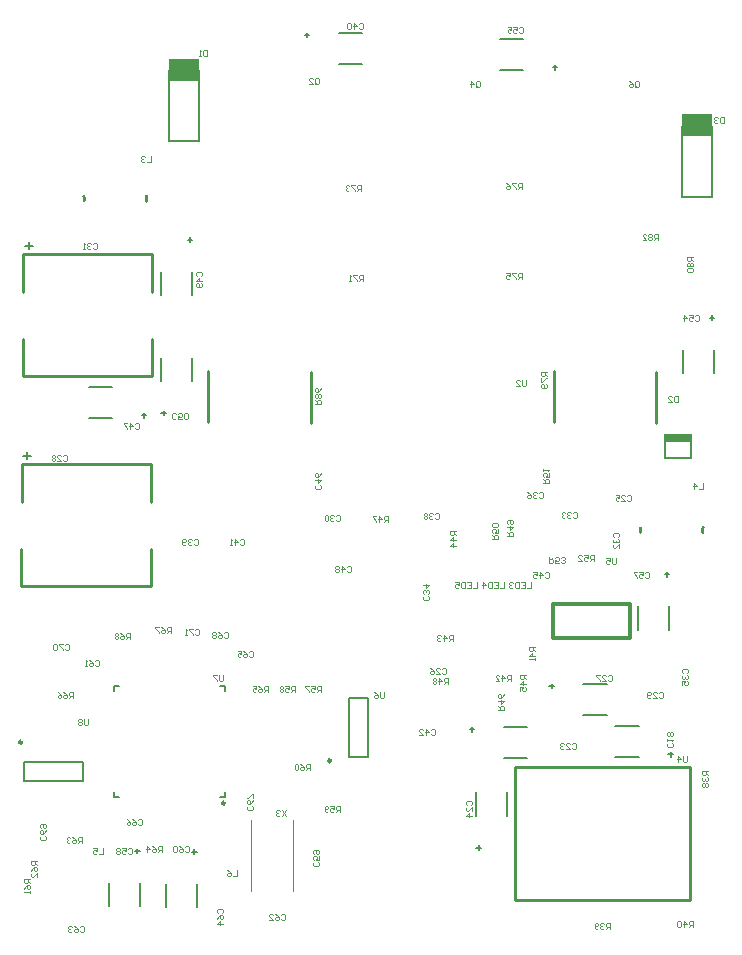
<source format=gbo>
G04 Layer_Color=32896*
%FSLAX25Y25*%
%MOIN*%
G70*
G01*
G75*
%ADD32C,0.01181*%
%ADD35C,0.00984*%
%ADD75C,0.01000*%
%ADD76C,0.00394*%
%ADD77C,0.00787*%
%ADD78C,0.00591*%
%ADD128R,0.10236X0.07437*%
%ADD129R,0.09449X0.03150*%
D32*
X204650Y101000D02*
Y112200D01*
X179059Y101000D02*
X204650D01*
X179059Y112200D02*
X204650D01*
X179059Y101000D02*
Y112200D01*
D35*
X1949Y66146D02*
G03*
X1949Y66146I-492J0D01*
G01*
X104847Y59957D02*
G03*
X104847Y59957I-492J0D01*
G01*
X69605Y45831D02*
G03*
X69605Y45831I-492J0D01*
G01*
D75*
X208076Y137584D02*
G03*
X208101Y136073I10424J-585D01*
G01*
X228882Y135902D02*
G03*
X228917Y137701I-10382J1098D01*
G01*
X22576Y248084D02*
G03*
X22601Y246573I10424J-585D01*
G01*
X43382Y246402D02*
G03*
X43417Y248201I-10382J1098D01*
G01*
X63900Y172800D02*
Y189800D01*
X98100Y172700D02*
Y189700D01*
X166300Y13700D02*
X224700D01*
Y57900D01*
X166300Y13700D02*
Y57900D01*
X224700D01*
X179176Y172800D02*
Y189800D01*
X213376Y172700D02*
Y189700D01*
X45299Y216374D02*
Y228776D01*
Y188224D02*
Y200626D01*
X2386Y228776D02*
X45299D01*
X2299Y216374D02*
Y228776D01*
X2186Y188076D02*
X45099D01*
X2199Y188224D02*
Y200626D01*
X44799Y146374D02*
Y158776D01*
Y118224D02*
Y130626D01*
X1886Y158776D02*
X44799D01*
X1799Y146374D02*
Y158776D01*
X1686Y118076D02*
X44599D01*
X1699Y118224D02*
Y130626D01*
D76*
X92200Y16529D02*
Y40129D01*
X78400Y16507D02*
Y40129D01*
X26188Y93140D02*
X26516Y93468D01*
X27172D01*
X27500Y93140D01*
Y91828D01*
X27172Y91500D01*
X26516D01*
X26188Y91828D01*
X24220Y93468D02*
X24876Y93140D01*
X25532Y92484D01*
Y91828D01*
X25204Y91500D01*
X24548D01*
X24220Y91828D01*
Y92156D01*
X24548Y92484D01*
X25532D01*
X23564Y91500D02*
X22908D01*
X23236D01*
Y93468D01*
X23564Y93140D01*
X170000Y186968D02*
Y185328D01*
X169672Y185000D01*
X169016D01*
X168688Y185328D01*
Y186968D01*
X166720Y185000D02*
X168032D01*
X166720Y186312D01*
Y186640D01*
X167048Y186968D01*
X167704D01*
X168032Y186640D01*
X60360Y221688D02*
X60032Y222016D01*
Y222672D01*
X60360Y223000D01*
X61672D01*
X62000Y222672D01*
Y222016D01*
X61672Y221688D01*
X62000Y220048D02*
X60032D01*
X61016Y221032D01*
Y219720D01*
X61672Y219064D02*
X62000Y218736D01*
Y218080D01*
X61672Y217752D01*
X60360D01*
X60032Y218080D01*
Y218736D01*
X60360Y219064D01*
X60688D01*
X61016Y218736D01*
Y217752D01*
X99500Y179000D02*
X101468D01*
Y179984D01*
X101140Y180312D01*
X100484D01*
X100156Y179984D01*
Y179000D01*
Y179656D02*
X99500Y180312D01*
X101140Y180968D02*
X101468Y181296D01*
Y181952D01*
X101140Y182280D01*
X100812D01*
X100484Y181952D01*
X100156Y182280D01*
X99828D01*
X99500Y181952D01*
Y181296D01*
X99828Y180968D01*
X100156D01*
X100484Y181296D01*
X100812Y180968D01*
X101140D01*
X100484Y181296D02*
Y181952D01*
X101468Y184248D02*
X101140Y183592D01*
X100484Y182936D01*
X99828D01*
X99500Y183264D01*
Y183920D01*
X99828Y184248D01*
X100156D01*
X100484Y183920D01*
Y182936D01*
X90000Y43468D02*
X88688Y41500D01*
Y43468D02*
X90000Y41500D01*
X88032Y43140D02*
X87704Y43468D01*
X87048D01*
X86720Y43140D01*
Y42812D01*
X87048Y42484D01*
X87376D01*
X87048D01*
X86720Y42156D01*
Y41828D01*
X87048Y41500D01*
X87704D01*
X88032Y41828D01*
X24000Y73968D02*
Y72328D01*
X23672Y72000D01*
X23016D01*
X22688Y72328D01*
Y73968D01*
X22032Y73640D02*
X21704Y73968D01*
X21048D01*
X20720Y73640D01*
Y73312D01*
X21048Y72984D01*
X20720Y72656D01*
Y72328D01*
X21048Y72000D01*
X21704D01*
X22032Y72328D01*
Y72656D01*
X21704Y72984D01*
X22032Y73312D01*
Y73640D01*
X21704Y72984D02*
X21048D01*
X69000Y88468D02*
Y86828D01*
X68672Y86500D01*
X68016D01*
X67688Y86828D01*
Y88468D01*
X67032D02*
X65720D01*
Y88140D01*
X67032Y86828D01*
Y86500D01*
X122500Y82968D02*
Y81328D01*
X122172Y81000D01*
X121516D01*
X121188Y81328D01*
Y82968D01*
X119220D02*
X119876Y82640D01*
X120532Y81984D01*
Y81328D01*
X120204Y81000D01*
X119548D01*
X119220Y81328D01*
Y81656D01*
X119548Y81984D01*
X120532D01*
X199828Y127489D02*
Y125849D01*
X199500Y125521D01*
X198844D01*
X198516Y125849D01*
Y127489D01*
X196548D02*
X197860D01*
Y126505D01*
X197204Y126833D01*
X196876D01*
X196548Y126505D01*
Y125849D01*
X196876Y125521D01*
X197532D01*
X197860Y125849D01*
X223500Y61468D02*
Y59828D01*
X223172Y59500D01*
X222516D01*
X222188Y59828D01*
Y61468D01*
X220548Y59500D02*
Y61468D01*
X221532Y60484D01*
X220220D01*
X214000Y233500D02*
Y235468D01*
X213016D01*
X212688Y235140D01*
Y234484D01*
X213016Y234156D01*
X214000D01*
X213344D02*
X212688Y233500D01*
X212032Y235140D02*
X211704Y235468D01*
X211048D01*
X210720Y235140D01*
Y234812D01*
X211048Y234484D01*
X210720Y234156D01*
Y233828D01*
X211048Y233500D01*
X211704D01*
X212032Y233828D01*
Y234156D01*
X211704Y234484D01*
X212032Y234812D01*
Y235140D01*
X211704Y234484D02*
X211048D01*
X208752Y233500D02*
X210064D01*
X208752Y234812D01*
Y235140D01*
X209080Y235468D01*
X209736D01*
X210064Y235140D01*
X225500Y228000D02*
X223532D01*
Y227016D01*
X223860Y226688D01*
X224516D01*
X224844Y227016D01*
Y228000D01*
Y227344D02*
X225500Y226688D01*
X223860Y226032D02*
X223532Y225704D01*
Y225048D01*
X223860Y224720D01*
X224188D01*
X224516Y225048D01*
X224844Y224720D01*
X225172D01*
X225500Y225048D01*
Y225704D01*
X225172Y226032D01*
X224844D01*
X224516Y225704D01*
X224188Y226032D01*
X223860D01*
X224516Y225704D02*
Y225048D01*
X223860Y224064D02*
X223532Y223736D01*
Y223080D01*
X223860Y222752D01*
X225172D01*
X225500Y223080D01*
Y223736D01*
X225172Y224064D01*
X223860D01*
X177000Y189500D02*
X175032D01*
Y188516D01*
X175360Y188188D01*
X176016D01*
X176344Y188516D01*
Y189500D01*
Y188844D02*
X177000Y188188D01*
X175032Y187532D02*
Y186220D01*
X175360D01*
X176672Y187532D01*
X177000D01*
X176672Y185564D02*
X177000Y185236D01*
Y184580D01*
X176672Y184252D01*
X175360D01*
X175032Y184580D01*
Y185236D01*
X175360Y185564D01*
X175688D01*
X176016Y185236D01*
Y184252D01*
X168500Y250500D02*
Y252468D01*
X167516D01*
X167188Y252140D01*
Y251484D01*
X167516Y251156D01*
X168500D01*
X167844D02*
X167188Y250500D01*
X166532Y252468D02*
X165220D01*
Y252140D01*
X166532Y250828D01*
Y250500D01*
X163252Y252468D02*
X163908Y252140D01*
X164564Y251484D01*
Y250828D01*
X164236Y250500D01*
X163580D01*
X163252Y250828D01*
Y251156D01*
X163580Y251484D01*
X164564D01*
X168500Y220500D02*
Y222468D01*
X167516D01*
X167188Y222140D01*
Y221484D01*
X167516Y221156D01*
X168500D01*
X167844D02*
X167188Y220500D01*
X166532Y222468D02*
X165220D01*
Y222140D01*
X166532Y220828D01*
Y220500D01*
X163252Y222468D02*
X164564D01*
Y221484D01*
X163908Y221812D01*
X163580D01*
X163252Y221484D01*
Y220828D01*
X163580Y220500D01*
X164236D01*
X164564Y220828D01*
X115000Y250000D02*
Y251968D01*
X114016D01*
X113688Y251640D01*
Y250984D01*
X114016Y250656D01*
X115000D01*
X114344D02*
X113688Y250000D01*
X113032Y251968D02*
X111720D01*
Y251640D01*
X113032Y250328D01*
Y250000D01*
X111064Y251640D02*
X110736Y251968D01*
X110080D01*
X109752Y251640D01*
Y251312D01*
X110080Y250984D01*
X110408D01*
X110080D01*
X109752Y250656D01*
Y250328D01*
X110080Y250000D01*
X110736D01*
X111064Y250328D01*
X115500Y220000D02*
Y221968D01*
X114516D01*
X114188Y221640D01*
Y220984D01*
X114516Y220656D01*
X115500D01*
X114844D02*
X114188Y220000D01*
X113532Y221968D02*
X112220D01*
Y221640D01*
X113532Y220328D01*
Y220000D01*
X111564D02*
X110908D01*
X111236D01*
Y221968D01*
X111564Y221640D01*
X38000Y100500D02*
Y102468D01*
X37016D01*
X36688Y102140D01*
Y101484D01*
X37016Y101156D01*
X38000D01*
X37344D02*
X36688Y100500D01*
X34720Y102468D02*
X35376Y102140D01*
X36032Y101484D01*
Y100828D01*
X35704Y100500D01*
X35048D01*
X34720Y100828D01*
Y101156D01*
X35048Y101484D01*
X36032D01*
X34064Y102140D02*
X33736Y102468D01*
X33080D01*
X32752Y102140D01*
Y101812D01*
X33080Y101484D01*
X32752Y101156D01*
Y100828D01*
X33080Y100500D01*
X33736D01*
X34064Y100828D01*
Y101156D01*
X33736Y101484D01*
X34064Y101812D01*
Y102140D01*
X33736Y101484D02*
X33080D01*
X51500Y102500D02*
Y104468D01*
X50516D01*
X50188Y104140D01*
Y103484D01*
X50516Y103156D01*
X51500D01*
X50844D02*
X50188Y102500D01*
X48220Y104468D02*
X48876Y104140D01*
X49532Y103484D01*
Y102828D01*
X49204Y102500D01*
X48548D01*
X48220Y102828D01*
Y103156D01*
X48548Y103484D01*
X49532D01*
X47564Y104468D02*
X46252D01*
Y104140D01*
X47564Y102828D01*
Y102500D01*
X19000Y81000D02*
Y82968D01*
X18016D01*
X17688Y82640D01*
Y81984D01*
X18016Y81656D01*
X19000D01*
X18344D02*
X17688Y81000D01*
X15720Y82968D02*
X16376Y82640D01*
X17032Y81984D01*
Y81328D01*
X16704Y81000D01*
X16048D01*
X15720Y81328D01*
Y81656D01*
X16048Y81984D01*
X17032D01*
X13752Y82968D02*
X14408Y82640D01*
X15064Y81984D01*
Y81328D01*
X14736Y81000D01*
X14080D01*
X13752Y81328D01*
Y81656D01*
X14080Y81984D01*
X15064D01*
X84000Y83000D02*
Y84968D01*
X83016D01*
X82688Y84640D01*
Y83984D01*
X83016Y83656D01*
X84000D01*
X83344D02*
X82688Y83000D01*
X80720Y84968D02*
X81376Y84640D01*
X82032Y83984D01*
Y83328D01*
X81704Y83000D01*
X81048D01*
X80720Y83328D01*
Y83656D01*
X81048Y83984D01*
X82032D01*
X78752Y84968D02*
X80064D01*
Y83984D01*
X79408Y84312D01*
X79080D01*
X78752Y83984D01*
Y83328D01*
X79080Y83000D01*
X79736D01*
X80064Y83328D01*
X48500Y29500D02*
Y31468D01*
X47516D01*
X47188Y31140D01*
Y30484D01*
X47516Y30156D01*
X48500D01*
X47844D02*
X47188Y29500D01*
X45220Y31468D02*
X45876Y31140D01*
X46532Y30484D01*
Y29828D01*
X46204Y29500D01*
X45548D01*
X45220Y29828D01*
Y30156D01*
X45548Y30484D01*
X46532D01*
X43580Y29500D02*
Y31468D01*
X44564Y30484D01*
X43252D01*
X22000Y32500D02*
Y34468D01*
X21016D01*
X20688Y34140D01*
Y33484D01*
X21016Y33156D01*
X22000D01*
X21344D02*
X20688Y32500D01*
X18720Y34468D02*
X19376Y34140D01*
X20032Y33484D01*
Y32828D01*
X19704Y32500D01*
X19048D01*
X18720Y32828D01*
Y33156D01*
X19048Y33484D01*
X20032D01*
X18064Y34140D02*
X17736Y34468D01*
X17080D01*
X16752Y34140D01*
Y33812D01*
X17080Y33484D01*
X17408D01*
X17080D01*
X16752Y33156D01*
Y32828D01*
X17080Y32500D01*
X17736D01*
X18064Y32828D01*
X7000Y26500D02*
X5032D01*
Y25516D01*
X5360Y25188D01*
X6016D01*
X6344Y25516D01*
Y26500D01*
Y25844D02*
X7000Y25188D01*
X5032Y23220D02*
X5360Y23876D01*
X6016Y24532D01*
X6672D01*
X7000Y24204D01*
Y23548D01*
X6672Y23220D01*
X6344D01*
X6016Y23548D01*
Y24532D01*
X7000Y21252D02*
Y22564D01*
X5688Y21252D01*
X5360D01*
X5032Y21580D01*
Y22236D01*
X5360Y22564D01*
X4500Y20500D02*
X2532D01*
Y19516D01*
X2860Y19188D01*
X3516D01*
X3844Y19516D01*
Y20500D01*
Y19844D02*
X4500Y19188D01*
X2532Y17220D02*
X2860Y17876D01*
X3516Y18532D01*
X4172D01*
X4500Y18204D01*
Y17548D01*
X4172Y17220D01*
X3844D01*
X3516Y17548D01*
Y18532D01*
X4500Y16564D02*
Y15908D01*
Y16236D01*
X2532D01*
X2860Y16564D01*
X98000Y57000D02*
Y58968D01*
X97016D01*
X96688Y58640D01*
Y57984D01*
X97016Y57656D01*
X98000D01*
X97344D02*
X96688Y57000D01*
X94720Y58968D02*
X95376Y58640D01*
X96032Y57984D01*
Y57328D01*
X95704Y57000D01*
X95048D01*
X94720Y57328D01*
Y57656D01*
X95048Y57984D01*
X96032D01*
X94064Y58640D02*
X93736Y58968D01*
X93080D01*
X92752Y58640D01*
Y57328D01*
X93080Y57000D01*
X93736D01*
X94064Y57328D01*
Y58640D01*
X108000Y43000D02*
Y44968D01*
X107016D01*
X106688Y44640D01*
Y43984D01*
X107016Y43656D01*
X108000D01*
X107344D02*
X106688Y43000D01*
X104720Y44968D02*
X106032D01*
Y43984D01*
X105376Y44312D01*
X105048D01*
X104720Y43984D01*
Y43328D01*
X105048Y43000D01*
X105704D01*
X106032Y43328D01*
X104064D02*
X103736Y43000D01*
X103080D01*
X102752Y43328D01*
Y44640D01*
X103080Y44968D01*
X103736D01*
X104064Y44640D01*
Y44312D01*
X103736Y43984D01*
X102752D01*
X93000Y83000D02*
Y84968D01*
X92016D01*
X91688Y84640D01*
Y83984D01*
X92016Y83656D01*
X93000D01*
X92344D02*
X91688Y83000D01*
X89720Y84968D02*
X91032D01*
Y83984D01*
X90376Y84312D01*
X90048D01*
X89720Y83984D01*
Y83328D01*
X90048Y83000D01*
X90704D01*
X91032Y83328D01*
X89064Y84640D02*
X88736Y84968D01*
X88080D01*
X87752Y84640D01*
Y84312D01*
X88080Y83984D01*
X87752Y83656D01*
Y83328D01*
X88080Y83000D01*
X88736D01*
X89064Y83328D01*
Y83656D01*
X88736Y83984D01*
X89064Y84312D01*
Y84640D01*
X88736Y83984D02*
X88080D01*
X101500Y83000D02*
Y84968D01*
X100516D01*
X100188Y84640D01*
Y83984D01*
X100516Y83656D01*
X101500D01*
X100844D02*
X100188Y83000D01*
X98220Y84968D02*
X99532D01*
Y83984D01*
X98876Y84312D01*
X98548D01*
X98220Y83984D01*
Y83328D01*
X98548Y83000D01*
X99204D01*
X99532Y83328D01*
X97564Y84968D02*
X96252D01*
Y84640D01*
X97564Y83328D01*
Y83000D01*
X177500Y128000D02*
Y126032D01*
X178484D01*
X178812Y126360D01*
Y127016D01*
X178484Y127344D01*
X177500D01*
X178156D02*
X178812Y128000D01*
X180780Y126032D02*
X179468D01*
Y127016D01*
X180124Y126688D01*
X180452D01*
X180780Y127016D01*
Y127672D01*
X180452Y128000D01*
X179796D01*
X179468Y127672D01*
X181436Y126360D02*
X181764Y126032D01*
X182420D01*
X182748Y126360D01*
Y126688D01*
X182420Y127016D01*
X182092D01*
X182420D01*
X182748Y127344D01*
Y127672D01*
X182420Y128000D01*
X181764D01*
X181436Y127672D01*
X192500Y126500D02*
Y128468D01*
X191516D01*
X191188Y128140D01*
Y127484D01*
X191516Y127156D01*
X192500D01*
X191844D02*
X191188Y126500D01*
X189220Y128468D02*
X190532D01*
Y127484D01*
X189876Y127812D01*
X189548D01*
X189220Y127484D01*
Y126828D01*
X189548Y126500D01*
X190204D01*
X190532Y126828D01*
X187252Y126500D02*
X188564D01*
X187252Y127812D01*
Y128140D01*
X187580Y128468D01*
X188236D01*
X188564Y128140D01*
X175500Y152500D02*
X177468D01*
Y153484D01*
X177140Y153812D01*
X176484D01*
X176156Y153484D01*
Y152500D01*
Y153156D02*
X175500Y153812D01*
X177468Y155780D02*
Y154468D01*
X176484D01*
X176812Y155124D01*
Y155452D01*
X176484Y155780D01*
X175828D01*
X175500Y155452D01*
Y154796D01*
X175828Y154468D01*
X175500Y156436D02*
Y157092D01*
Y156764D01*
X177468D01*
X177140Y156436D01*
X158500Y134000D02*
X160468D01*
Y134984D01*
X160140Y135312D01*
X159484D01*
X159156Y134984D01*
Y134000D01*
Y134656D02*
X158500Y135312D01*
X160468Y137280D02*
Y135968D01*
X159484D01*
X159812Y136624D01*
Y136952D01*
X159484Y137280D01*
X158828D01*
X158500Y136952D01*
Y136296D01*
X158828Y135968D01*
X160140Y137936D02*
X160468Y138264D01*
Y138920D01*
X160140Y139248D01*
X158828D01*
X158500Y138920D01*
Y138264D01*
X158828Y137936D01*
X160140D01*
X163510Y135000D02*
X165478D01*
Y135984D01*
X165150Y136312D01*
X164494D01*
X164166Y135984D01*
Y135000D01*
Y135656D02*
X163510Y136312D01*
Y137952D02*
X165478D01*
X164494Y136968D01*
Y138280D01*
X163838Y138936D02*
X163510Y139264D01*
Y139920D01*
X163838Y140248D01*
X165150D01*
X165478Y139920D01*
Y139264D01*
X165150Y138936D01*
X164822D01*
X164494Y139264D01*
Y140248D01*
X144000Y85500D02*
Y87468D01*
X143016D01*
X142688Y87140D01*
Y86484D01*
X143016Y86156D01*
X144000D01*
X143344D02*
X142688Y85500D01*
X141048D02*
Y87468D01*
X142032Y86484D01*
X140720D01*
X140064Y87140D02*
X139736Y87468D01*
X139080D01*
X138752Y87140D01*
Y86812D01*
X139080Y86484D01*
X138752Y86156D01*
Y85828D01*
X139080Y85500D01*
X139736D01*
X140064Y85828D01*
Y86156D01*
X139736Y86484D01*
X140064Y86812D01*
Y87140D01*
X139736Y86484D02*
X139080D01*
X124000Y139500D02*
Y141468D01*
X123016D01*
X122688Y141140D01*
Y140484D01*
X123016Y140156D01*
X124000D01*
X123344D02*
X122688Y139500D01*
X121048D02*
Y141468D01*
X122032Y140484D01*
X120720D01*
X120064Y141468D02*
X118752D01*
Y141140D01*
X120064Y139828D01*
Y139500D01*
X160500Y77000D02*
X162468D01*
Y77984D01*
X162140Y78312D01*
X161484D01*
X161156Y77984D01*
Y77000D01*
Y77656D02*
X160500Y78312D01*
Y79952D02*
X162468D01*
X161484Y78968D01*
Y80280D01*
X162468Y82248D02*
X162140Y81592D01*
X161484Y80936D01*
X160828D01*
X160500Y81264D01*
Y81920D01*
X160828Y82248D01*
X161156D01*
X161484Y81920D01*
Y80936D01*
X170000Y88500D02*
X168032D01*
Y87516D01*
X168360Y87188D01*
X169016D01*
X169344Y87516D01*
Y88500D01*
Y87844D02*
X170000Y87188D01*
Y85548D02*
X168032D01*
X169016Y86532D01*
Y85220D01*
X168032Y83252D02*
Y84564D01*
X169016D01*
X168688Y83908D01*
Y83580D01*
X169016Y83252D01*
X169672D01*
X170000Y83580D01*
Y84236D01*
X169672Y84564D01*
X146439Y136618D02*
X144472D01*
Y135634D01*
X144799Y135306D01*
X145455D01*
X145783Y135634D01*
Y136618D01*
Y135962D02*
X146439Y135306D01*
Y133666D02*
X144472D01*
X145455Y134650D01*
Y133338D01*
X146439Y131698D02*
X144472D01*
X145455Y132682D01*
Y131370D01*
X145500Y100000D02*
Y101968D01*
X144516D01*
X144188Y101640D01*
Y100984D01*
X144516Y100656D01*
X145500D01*
X144844D02*
X144188Y100000D01*
X142548D02*
Y101968D01*
X143532Y100984D01*
X142220D01*
X141564Y101640D02*
X141236Y101968D01*
X140580D01*
X140252Y101640D01*
Y101312D01*
X140580Y100984D01*
X140908D01*
X140580D01*
X140252Y100656D01*
Y100328D01*
X140580Y100000D01*
X141236D01*
X141564Y100328D01*
X165000Y86500D02*
Y88468D01*
X164016D01*
X163688Y88140D01*
Y87484D01*
X164016Y87156D01*
X165000D01*
X164344D02*
X163688Y86500D01*
X162048D02*
Y88468D01*
X163032Y87484D01*
X161720D01*
X159752Y86500D02*
X161064D01*
X159752Y87812D01*
Y88140D01*
X160080Y88468D01*
X160736D01*
X161064Y88140D01*
X173000Y98000D02*
X171032D01*
Y97016D01*
X171360Y96688D01*
X172016D01*
X172344Y97016D01*
Y98000D01*
Y97344D02*
X173000Y96688D01*
Y95048D02*
X171032D01*
X172016Y96032D01*
Y94720D01*
X173000Y94064D02*
Y93408D01*
Y93736D01*
X171032D01*
X171360Y94064D01*
X225500Y4500D02*
Y6468D01*
X224516D01*
X224188Y6140D01*
Y5484D01*
X224516Y5156D01*
X225500D01*
X224844D02*
X224188Y4500D01*
X222548D02*
Y6468D01*
X223532Y5484D01*
X222220D01*
X221564Y6140D02*
X221236Y6468D01*
X220580D01*
X220252Y6140D01*
Y4828D01*
X220580Y4500D01*
X221236D01*
X221564Y4828D01*
Y6140D01*
X198000Y4000D02*
Y5968D01*
X197016D01*
X196688Y5640D01*
Y4984D01*
X197016Y4656D01*
X198000D01*
X197344D02*
X196688Y4000D01*
X196032Y5640D02*
X195704Y5968D01*
X195048D01*
X194720Y5640D01*
Y5312D01*
X195048Y4984D01*
X195376D01*
X195048D01*
X194720Y4656D01*
Y4328D01*
X195048Y4000D01*
X195704D01*
X196032Y4328D01*
X194064D02*
X193736Y4000D01*
X193080D01*
X192752Y4328D01*
Y5640D01*
X193080Y5968D01*
X193736D01*
X194064Y5640D01*
Y5312D01*
X193736Y4984D01*
X192752D01*
X230500Y56500D02*
X228532D01*
Y55516D01*
X228860Y55188D01*
X229516D01*
X229844Y55516D01*
Y56500D01*
Y55844D02*
X230500Y55188D01*
X228860Y54532D02*
X228532Y54204D01*
Y53548D01*
X228860Y53220D01*
X229188D01*
X229516Y53548D01*
Y53876D01*
Y53548D01*
X229844Y53220D01*
X230172D01*
X230500Y53548D01*
Y54204D01*
X230172Y54532D01*
X228860Y52564D02*
X228532Y52236D01*
Y51580D01*
X228860Y51252D01*
X229188D01*
X229516Y51580D01*
X229844Y51252D01*
X230172D01*
X230500Y51580D01*
Y52236D01*
X230172Y52564D01*
X229844D01*
X229516Y52236D01*
X229188Y52564D01*
X228860D01*
X229516Y52236D02*
Y51580D01*
X206188Y284828D02*
Y286140D01*
X206516Y286468D01*
X207172D01*
X207500Y286140D01*
Y284828D01*
X207172Y284500D01*
X206516D01*
X206844Y285156D02*
X206188Y284500D01*
X206516D02*
X206188Y284828D01*
X204220Y286468D02*
X204876Y286140D01*
X205532Y285484D01*
Y284828D01*
X205204Y284500D01*
X204548D01*
X204220Y284828D01*
Y285156D01*
X204548Y285484D01*
X205532D01*
X153188Y284828D02*
Y286140D01*
X153516Y286468D01*
X154172D01*
X154500Y286140D01*
Y284828D01*
X154172Y284500D01*
X153516D01*
X153844Y285156D02*
X153188Y284500D01*
X153516D02*
X153188Y284828D01*
X151548Y284500D02*
Y286468D01*
X152532Y285484D01*
X151220D01*
X99688Y285828D02*
Y287140D01*
X100016Y287468D01*
X100672D01*
X101000Y287140D01*
Y285828D01*
X100672Y285500D01*
X100016D01*
X100344Y286156D02*
X99688Y285500D01*
X100016D02*
X99688Y285828D01*
X97720Y285500D02*
X99032D01*
X97720Y286812D01*
Y287140D01*
X98048Y287468D01*
X98704D01*
X99032Y287140D01*
X153500Y119468D02*
Y117500D01*
X152188D01*
X150220Y119468D02*
X151532D01*
Y117500D01*
X150220D01*
X151532Y118484D02*
X150876D01*
X149564Y119468D02*
Y117500D01*
X148580D01*
X148252Y117828D01*
Y119140D01*
X148580Y119468D01*
X149564D01*
X146284D02*
X147596D01*
Y118484D01*
X146941Y118812D01*
X146613D01*
X146284Y118484D01*
Y117828D01*
X146613Y117500D01*
X147268D01*
X147596Y117828D01*
X162500Y119468D02*
Y117500D01*
X161188D01*
X159220Y119468D02*
X160532D01*
Y117500D01*
X159220D01*
X160532Y118484D02*
X159876D01*
X158564Y119468D02*
Y117500D01*
X157580D01*
X157252Y117828D01*
Y119140D01*
X157580Y119468D01*
X158564D01*
X155613Y117500D02*
Y119468D01*
X156596Y118484D01*
X155285D01*
X171500Y119468D02*
Y117500D01*
X170188D01*
X168220Y119468D02*
X169532D01*
Y117500D01*
X168220D01*
X169532Y118484D02*
X168876D01*
X167564Y119468D02*
Y117500D01*
X166580D01*
X166252Y117828D01*
Y119140D01*
X166580Y119468D01*
X167564D01*
X165596Y119140D02*
X165268Y119468D01*
X164612D01*
X164285Y119140D01*
Y118812D01*
X164612Y118484D01*
X164941D01*
X164612D01*
X164285Y118156D01*
Y117828D01*
X164612Y117500D01*
X165268D01*
X165596Y117828D01*
X73500Y23468D02*
Y21500D01*
X72188D01*
X70220Y23468D02*
X70876Y23140D01*
X71532Y22484D01*
Y21828D01*
X71204Y21500D01*
X70548D01*
X70220Y21828D01*
Y22156D01*
X70548Y22484D01*
X71532D01*
X29000Y30968D02*
Y29000D01*
X27688D01*
X25720Y30968D02*
X27032D01*
Y29984D01*
X26376Y30312D01*
X26048D01*
X25720Y29984D01*
Y29328D01*
X26048Y29000D01*
X26704D01*
X27032Y29328D01*
X229000Y152668D02*
Y150700D01*
X227688D01*
X226048D02*
Y152668D01*
X227032Y151684D01*
X225720D01*
X45000Y261468D02*
Y259500D01*
X43688D01*
X43032Y261140D02*
X42704Y261468D01*
X42048D01*
X41720Y261140D01*
Y260812D01*
X42048Y260484D01*
X42376D01*
X42048D01*
X41720Y260156D01*
Y259828D01*
X42048Y259500D01*
X42704D01*
X43032Y259828D01*
X236000Y274468D02*
Y272500D01*
X235016D01*
X234688Y272828D01*
Y274140D01*
X235016Y274468D01*
X236000D01*
X234032Y274140D02*
X233704Y274468D01*
X233048D01*
X232720Y274140D01*
Y273812D01*
X233048Y273484D01*
X233376D01*
X233048D01*
X232720Y273156D01*
Y272828D01*
X233048Y272500D01*
X233704D01*
X234032Y272828D01*
X220500Y181468D02*
Y179500D01*
X219516D01*
X219188Y179828D01*
Y181140D01*
X219516Y181468D01*
X220500D01*
X217220Y179500D02*
X218532D01*
X217220Y180812D01*
Y181140D01*
X217548Y181468D01*
X218204D01*
X218532Y181140D01*
X63500Y296968D02*
Y295000D01*
X62516D01*
X62188Y295328D01*
Y296640D01*
X62516Y296968D01*
X63500D01*
X61532Y295000D02*
X60876D01*
X61204D01*
Y296968D01*
X61532Y296640D01*
X59688Y103640D02*
X60016Y103968D01*
X60672D01*
X61000Y103640D01*
Y102328D01*
X60672Y102000D01*
X60016D01*
X59688Y102328D01*
X59032Y103968D02*
X57720D01*
Y103640D01*
X59032Y102328D01*
Y102000D01*
X57064D02*
X56408D01*
X56736D01*
Y103968D01*
X57064Y103640D01*
X16188Y98640D02*
X16516Y98968D01*
X17172D01*
X17500Y98640D01*
Y97328D01*
X17172Y97000D01*
X16516D01*
X16188Y97328D01*
X15532Y98968D02*
X14220D01*
Y98640D01*
X15532Y97328D01*
Y97000D01*
X13564Y98640D02*
X13236Y98968D01*
X12580D01*
X12252Y98640D01*
Y97328D01*
X12580Y97000D01*
X13236D01*
X13564Y97328D01*
Y98640D01*
X9640Y34812D02*
X9968Y34484D01*
Y33828D01*
X9640Y33500D01*
X8328D01*
X8000Y33828D01*
Y34484D01*
X8328Y34812D01*
X9968Y36780D02*
X9640Y36124D01*
X8984Y35468D01*
X8328D01*
X8000Y35796D01*
Y36452D01*
X8328Y36780D01*
X8656D01*
X8984Y36452D01*
Y35468D01*
X8328Y37436D02*
X8000Y37764D01*
Y38420D01*
X8328Y38748D01*
X9640D01*
X9968Y38420D01*
Y37764D01*
X9640Y37436D01*
X9312D01*
X8984Y37764D01*
Y38748D01*
X69188Y102640D02*
X69516Y102968D01*
X70172D01*
X70500Y102640D01*
Y101328D01*
X70172Y101000D01*
X69516D01*
X69188Y101328D01*
X67220Y102968D02*
X67876Y102640D01*
X68532Y101984D01*
Y101328D01*
X68204Y101000D01*
X67548D01*
X67220Y101328D01*
Y101656D01*
X67548Y101984D01*
X68532D01*
X66564Y102640D02*
X66236Y102968D01*
X65580D01*
X65252Y102640D01*
Y102312D01*
X65580Y101984D01*
X65252Y101656D01*
Y101328D01*
X65580Y101000D01*
X66236D01*
X66564Y101328D01*
Y101656D01*
X66236Y101984D01*
X66564Y102312D01*
Y102640D01*
X66236Y101984D02*
X65580D01*
X78640Y44812D02*
X78968Y44484D01*
Y43828D01*
X78640Y43500D01*
X77328D01*
X77000Y43828D01*
Y44484D01*
X77328Y44812D01*
X78968Y46780D02*
X78640Y46124D01*
X77984Y45468D01*
X77328D01*
X77000Y45796D01*
Y46452D01*
X77328Y46780D01*
X77656D01*
X77984Y46452D01*
Y45468D01*
X78968Y47436D02*
Y48748D01*
X78640D01*
X77328Y47436D01*
X77000D01*
X40688Y40140D02*
X41016Y40468D01*
X41672D01*
X42000Y40140D01*
Y38828D01*
X41672Y38500D01*
X41016D01*
X40688Y38828D01*
X38720Y40468D02*
X39376Y40140D01*
X40032Y39484D01*
Y38828D01*
X39704Y38500D01*
X39048D01*
X38720Y38828D01*
Y39156D01*
X39048Y39484D01*
X40032D01*
X36752Y40468D02*
X37408Y40140D01*
X38064Y39484D01*
Y38828D01*
X37736Y38500D01*
X37080D01*
X36752Y38828D01*
Y39156D01*
X37080Y39484D01*
X38064D01*
X77688Y96140D02*
X78016Y96468D01*
X78672D01*
X79000Y96140D01*
Y94828D01*
X78672Y94500D01*
X78016D01*
X77688Y94828D01*
X75720Y96468D02*
X76376Y96140D01*
X77032Y95484D01*
Y94828D01*
X76704Y94500D01*
X76048D01*
X75720Y94828D01*
Y95156D01*
X76048Y95484D01*
X77032D01*
X73752Y96468D02*
X75064D01*
Y95484D01*
X74408Y95812D01*
X74080D01*
X73752Y95484D01*
Y94828D01*
X74080Y94500D01*
X74736D01*
X75064Y94828D01*
X67360Y9188D02*
X67032Y9516D01*
Y10172D01*
X67360Y10500D01*
X68672D01*
X69000Y10172D01*
Y9516D01*
X68672Y9188D01*
X67032Y7220D02*
X67360Y7876D01*
X68016Y8532D01*
X68672D01*
X69000Y8204D01*
Y7548D01*
X68672Y7220D01*
X68344D01*
X68016Y7548D01*
Y8532D01*
X69000Y5580D02*
X67032D01*
X68016Y6564D01*
Y5252D01*
X21188Y4640D02*
X21516Y4968D01*
X22172D01*
X22500Y4640D01*
Y3328D01*
X22172Y3000D01*
X21516D01*
X21188Y3328D01*
X19220Y4968D02*
X19876Y4640D01*
X20532Y3984D01*
Y3328D01*
X20204Y3000D01*
X19548D01*
X19220Y3328D01*
Y3656D01*
X19548Y3984D01*
X20532D01*
X18564Y4640D02*
X18236Y4968D01*
X17580D01*
X17252Y4640D01*
Y4312D01*
X17580Y3984D01*
X17908D01*
X17580D01*
X17252Y3656D01*
Y3328D01*
X17580Y3000D01*
X18236D01*
X18564Y3328D01*
X88188Y8640D02*
X88516Y8968D01*
X89172D01*
X89500Y8640D01*
Y7328D01*
X89172Y7000D01*
X88516D01*
X88188Y7328D01*
X86220Y8968D02*
X86876Y8640D01*
X87532Y7984D01*
Y7328D01*
X87204Y7000D01*
X86548D01*
X86220Y7328D01*
Y7656D01*
X86548Y7984D01*
X87532D01*
X84252Y7000D02*
X85564D01*
X84252Y8312D01*
Y8640D01*
X84580Y8968D01*
X85236D01*
X85564Y8640D01*
X56188Y31140D02*
X56516Y31468D01*
X57172D01*
X57500Y31140D01*
Y29828D01*
X57172Y29500D01*
X56516D01*
X56188Y29828D01*
X54220Y31468D02*
X54876Y31140D01*
X55532Y30484D01*
Y29828D01*
X55204Y29500D01*
X54548D01*
X54220Y29828D01*
Y30156D01*
X54548Y30484D01*
X55532D01*
X53564Y31140D02*
X53236Y31468D01*
X52580D01*
X52252Y31140D01*
Y29828D01*
X52580Y29500D01*
X53236D01*
X53564Y29828D01*
Y31140D01*
X100640Y26312D02*
X100968Y25984D01*
Y25328D01*
X100640Y25000D01*
X99328D01*
X99000Y25328D01*
Y25984D01*
X99328Y26312D01*
X100968Y28280D02*
Y26968D01*
X99984D01*
X100312Y27624D01*
Y27952D01*
X99984Y28280D01*
X99328D01*
X99000Y27952D01*
Y27296D01*
X99328Y26968D01*
Y28936D02*
X99000Y29264D01*
Y29920D01*
X99328Y30248D01*
X100640D01*
X100968Y29920D01*
Y29264D01*
X100640Y28936D01*
X100312D01*
X99984Y29264D01*
Y30248D01*
X37188Y30640D02*
X37516Y30968D01*
X38172D01*
X38500Y30640D01*
Y29328D01*
X38172Y29000D01*
X37516D01*
X37188Y29328D01*
X35220Y30968D02*
X36532D01*
Y29984D01*
X35876Y30312D01*
X35548D01*
X35220Y29984D01*
Y29328D01*
X35548Y29000D01*
X36204D01*
X36532Y29328D01*
X34564Y30640D02*
X34236Y30968D01*
X33580D01*
X33252Y30640D01*
Y30312D01*
X33580Y29984D01*
X33252Y29656D01*
Y29328D01*
X33580Y29000D01*
X34236D01*
X34564Y29328D01*
Y29656D01*
X34236Y29984D01*
X34564Y30312D01*
Y30640D01*
X34236Y29984D02*
X33580D01*
X209688Y122640D02*
X210016Y122968D01*
X210672D01*
X211000Y122640D01*
Y121328D01*
X210672Y121000D01*
X210016D01*
X209688Y121328D01*
X207720Y122968D02*
X209032D01*
Y121984D01*
X208376Y122312D01*
X208048D01*
X207720Y121984D01*
Y121328D01*
X208048Y121000D01*
X208704D01*
X209032Y121328D01*
X207064Y122968D02*
X205752D01*
Y122640D01*
X207064Y121328D01*
Y121000D01*
X167688Y304140D02*
X168016Y304468D01*
X168672D01*
X169000Y304140D01*
Y302828D01*
X168672Y302500D01*
X168016D01*
X167688Y302828D01*
X165720Y304468D02*
X167032D01*
Y303484D01*
X166376Y303812D01*
X166048D01*
X165720Y303484D01*
Y302828D01*
X166048Y302500D01*
X166704D01*
X167032Y302828D01*
X163752Y304468D02*
X165064D01*
Y303484D01*
X164408Y303812D01*
X164080D01*
X163752Y303484D01*
Y302828D01*
X164080Y302500D01*
X164736D01*
X165064Y302828D01*
X226188Y208316D02*
X226516Y208644D01*
X227172D01*
X227500Y208316D01*
Y207004D01*
X227172Y206676D01*
X226516D01*
X226188Y207004D01*
X224220Y208644D02*
X225532D01*
Y207660D01*
X224876Y207988D01*
X224548D01*
X224220Y207660D01*
Y207004D01*
X224548Y206676D01*
X225204D01*
X225532Y207004D01*
X222580Y206676D02*
Y208644D01*
X223564Y207660D01*
X222252D01*
X53312Y174360D02*
X52984Y174032D01*
X52328D01*
X52000Y174360D01*
Y175672D01*
X52328Y176000D01*
X52984D01*
X53312Y175672D01*
X55280Y174032D02*
X53968D01*
Y175016D01*
X54624Y174688D01*
X54952D01*
X55280Y175016D01*
Y175672D01*
X54952Y176000D01*
X54296D01*
X53968Y175672D01*
X55936Y174360D02*
X56264Y174032D01*
X56920D01*
X57248Y174360D01*
Y175672D01*
X56920Y176000D01*
X56264D01*
X55936Y175672D01*
Y174360D01*
X110188Y124640D02*
X110516Y124968D01*
X111172D01*
X111500Y124640D01*
Y123328D01*
X111172Y123000D01*
X110516D01*
X110188Y123328D01*
X108548Y123000D02*
Y124968D01*
X109532Y123984D01*
X108220D01*
X107564Y124640D02*
X107236Y124968D01*
X106580D01*
X106252Y124640D01*
Y124312D01*
X106580Y123984D01*
X106252Y123656D01*
Y123328D01*
X106580Y123000D01*
X107236D01*
X107564Y123328D01*
Y123656D01*
X107236Y123984D01*
X107564Y124312D01*
Y124640D01*
X107236Y123984D02*
X106580D01*
X39688Y172140D02*
X40016Y172468D01*
X40672D01*
X41000Y172140D01*
Y170828D01*
X40672Y170500D01*
X40016D01*
X39688Y170828D01*
X38048Y170500D02*
Y172468D01*
X39032Y171484D01*
X37720D01*
X37064Y172468D02*
X35752D01*
Y172140D01*
X37064Y170828D01*
Y170500D01*
X101140Y151812D02*
X101468Y151484D01*
Y150828D01*
X101140Y150500D01*
X99828D01*
X99500Y150828D01*
Y151484D01*
X99828Y151812D01*
X99500Y153452D02*
X101468D01*
X100484Y152468D01*
Y153780D01*
X101468Y155748D02*
X101140Y155092D01*
X100484Y154436D01*
X99828D01*
X99500Y154764D01*
Y155420D01*
X99828Y155748D01*
X100156D01*
X100484Y155420D01*
Y154436D01*
X176188Y122640D02*
X176516Y122968D01*
X177172D01*
X177500Y122640D01*
Y121328D01*
X177172Y121000D01*
X176516D01*
X176188Y121328D01*
X174548Y121000D02*
Y122968D01*
X175532Y121984D01*
X174220D01*
X172252Y122968D02*
X173564D01*
Y121984D01*
X172908Y122312D01*
X172580D01*
X172252Y121984D01*
Y121328D01*
X172580Y121000D01*
X173236D01*
X173564Y121328D01*
X138188Y70140D02*
X138516Y70468D01*
X139172D01*
X139500Y70140D01*
Y68828D01*
X139172Y68500D01*
X138516D01*
X138188Y68828D01*
X136548Y68500D02*
Y70468D01*
X137532Y69484D01*
X136220D01*
X134252Y68500D02*
X135564D01*
X134252Y69812D01*
Y70140D01*
X134580Y70468D01*
X135236D01*
X135564Y70140D01*
X74541Y133565D02*
X74869Y133893D01*
X75525D01*
X75853Y133565D01*
Y132253D01*
X75525Y131925D01*
X74869D01*
X74541Y132253D01*
X72901Y131925D02*
Y133893D01*
X73885Y132909D01*
X72573D01*
X71917Y131925D02*
X71261D01*
X71589D01*
Y133893D01*
X71917Y133565D01*
X114188Y305640D02*
X114516Y305968D01*
X115172D01*
X115500Y305640D01*
Y304328D01*
X115172Y304000D01*
X114516D01*
X114188Y304328D01*
X112548Y304000D02*
Y305968D01*
X113532Y304984D01*
X112220D01*
X111564Y305640D02*
X111236Y305968D01*
X110580D01*
X110252Y305640D01*
Y304328D01*
X110580Y304000D01*
X111236D01*
X111564Y304328D01*
Y305640D01*
X59188Y133640D02*
X59516Y133968D01*
X60172D01*
X60500Y133640D01*
Y132328D01*
X60172Y132000D01*
X59516D01*
X59188Y132328D01*
X58532Y133640D02*
X58204Y133968D01*
X57548D01*
X57220Y133640D01*
Y133312D01*
X57548Y132984D01*
X57876D01*
X57548D01*
X57220Y132656D01*
Y132328D01*
X57548Y132000D01*
X58204D01*
X58532Y132328D01*
X56564D02*
X56236Y132000D01*
X55580D01*
X55252Y132328D01*
Y133640D01*
X55580Y133968D01*
X56236D01*
X56564Y133640D01*
Y133312D01*
X56236Y132984D01*
X55252D01*
X139688Y142140D02*
X140016Y142468D01*
X140672D01*
X141000Y142140D01*
Y140828D01*
X140672Y140500D01*
X140016D01*
X139688Y140828D01*
X139032Y142140D02*
X138704Y142468D01*
X138048D01*
X137720Y142140D01*
Y141812D01*
X138048Y141484D01*
X138376D01*
X138048D01*
X137720Y141156D01*
Y140828D01*
X138048Y140500D01*
X138704D01*
X139032Y140828D01*
X137064Y142140D02*
X136736Y142468D01*
X136080D01*
X135752Y142140D01*
Y141812D01*
X136080Y141484D01*
X135752Y141156D01*
Y140828D01*
X136080Y140500D01*
X136736D01*
X137064Y140828D01*
Y141156D01*
X136736Y141484D01*
X137064Y141812D01*
Y142140D01*
X136736Y141484D02*
X136080D01*
X174188Y149140D02*
X174516Y149468D01*
X175172D01*
X175500Y149140D01*
Y147828D01*
X175172Y147500D01*
X174516D01*
X174188Y147828D01*
X173532Y149140D02*
X173204Y149468D01*
X172548D01*
X172220Y149140D01*
Y148812D01*
X172548Y148484D01*
X172876D01*
X172548D01*
X172220Y148156D01*
Y147828D01*
X172548Y147500D01*
X173204D01*
X173532Y147828D01*
X170252Y149468D02*
X170908Y149140D01*
X171564Y148484D01*
Y147828D01*
X171236Y147500D01*
X170580D01*
X170252Y147828D01*
Y148156D01*
X170580Y148484D01*
X171564D01*
X222360Y89188D02*
X222032Y89516D01*
Y90172D01*
X222360Y90500D01*
X223672D01*
X224000Y90172D01*
Y89516D01*
X223672Y89188D01*
X222360Y88532D02*
X222032Y88204D01*
Y87548D01*
X222360Y87220D01*
X222688D01*
X223016Y87548D01*
Y87876D01*
Y87548D01*
X223344Y87220D01*
X223672D01*
X224000Y87548D01*
Y88204D01*
X223672Y88532D01*
X222032Y85252D02*
Y86564D01*
X223016D01*
X222688Y85908D01*
Y85580D01*
X223016Y85252D01*
X223672D01*
X224000Y85580D01*
Y86236D01*
X223672Y86564D01*
X137140Y114812D02*
X137468Y114484D01*
Y113828D01*
X137140Y113500D01*
X135828D01*
X135500Y113828D01*
Y114484D01*
X135828Y114812D01*
X137140Y115468D02*
X137468Y115796D01*
Y116452D01*
X137140Y116780D01*
X136812D01*
X136484Y116452D01*
Y116124D01*
Y116452D01*
X136156Y116780D01*
X135828D01*
X135500Y116452D01*
Y115796D01*
X135828Y115468D01*
X135500Y118420D02*
X137468D01*
X136484Y117436D01*
Y118748D01*
X185688Y142640D02*
X186016Y142968D01*
X186672D01*
X187000Y142640D01*
Y141328D01*
X186672Y141000D01*
X186016D01*
X185688Y141328D01*
X185032Y142640D02*
X184704Y142968D01*
X184048D01*
X183720Y142640D01*
Y142312D01*
X184048Y141984D01*
X184376D01*
X184048D01*
X183720Y141656D01*
Y141328D01*
X184048Y141000D01*
X184704D01*
X185032Y141328D01*
X183064Y142640D02*
X182736Y142968D01*
X182080D01*
X181752Y142640D01*
Y142312D01*
X182080Y141984D01*
X182408D01*
X182080D01*
X181752Y141656D01*
Y141328D01*
X182080Y141000D01*
X182736D01*
X183064Y141328D01*
X199360Y134688D02*
X199032Y135016D01*
Y135672D01*
X199360Y136000D01*
X200672D01*
X201000Y135672D01*
Y135016D01*
X200672Y134688D01*
X199360Y134032D02*
X199032Y133704D01*
Y133048D01*
X199360Y132720D01*
X199688D01*
X200016Y133048D01*
Y133376D01*
Y133048D01*
X200344Y132720D01*
X200672D01*
X201000Y133048D01*
Y133704D01*
X200672Y134032D01*
X201000Y130752D02*
Y132064D01*
X199688Y130752D01*
X199360D01*
X199032Y131080D01*
Y131736D01*
X199360Y132064D01*
X25688Y232140D02*
X26016Y232468D01*
X26672D01*
X27000Y232140D01*
Y230828D01*
X26672Y230500D01*
X26016D01*
X25688Y230828D01*
X25032Y232140D02*
X24704Y232468D01*
X24048D01*
X23720Y232140D01*
Y231812D01*
X24048Y231484D01*
X24376D01*
X24048D01*
X23720Y231156D01*
Y230828D01*
X24048Y230500D01*
X24704D01*
X25032Y230828D01*
X23064Y230500D02*
X22408D01*
X22736D01*
Y232468D01*
X23064Y232140D01*
X106688Y141640D02*
X107016Y141968D01*
X107672D01*
X108000Y141640D01*
Y140328D01*
X107672Y140000D01*
X107016D01*
X106688Y140328D01*
X106032Y141640D02*
X105704Y141968D01*
X105048D01*
X104720Y141640D01*
Y141312D01*
X105048Y140984D01*
X105376D01*
X105048D01*
X104720Y140656D01*
Y140328D01*
X105048Y140000D01*
X105704D01*
X106032Y140328D01*
X104064Y141640D02*
X103736Y141968D01*
X103080D01*
X102752Y141640D01*
Y140328D01*
X103080Y140000D01*
X103736D01*
X104064Y140328D01*
Y141640D01*
X214188Y82640D02*
X214516Y82968D01*
X215172D01*
X215500Y82640D01*
Y81328D01*
X215172Y81000D01*
X214516D01*
X214188Y81328D01*
X212220Y81000D02*
X213532D01*
X212220Y82312D01*
Y82640D01*
X212548Y82968D01*
X213204D01*
X213532Y82640D01*
X211564Y81328D02*
X211236Y81000D01*
X210580D01*
X210252Y81328D01*
Y82640D01*
X210580Y82968D01*
X211236D01*
X211564Y82640D01*
Y82312D01*
X211236Y81984D01*
X210252D01*
X15688Y161640D02*
X16016Y161968D01*
X16672D01*
X17000Y161640D01*
Y160328D01*
X16672Y160000D01*
X16016D01*
X15688Y160328D01*
X13720Y160000D02*
X15032D01*
X13720Y161312D01*
Y161640D01*
X14048Y161968D01*
X14704D01*
X15032Y161640D01*
X13064D02*
X12736Y161968D01*
X12080D01*
X11752Y161640D01*
Y161312D01*
X12080Y160984D01*
X11752Y160656D01*
Y160328D01*
X12080Y160000D01*
X12736D01*
X13064Y160328D01*
Y160656D01*
X12736Y160984D01*
X13064Y161312D01*
Y161640D01*
X12736Y160984D02*
X12080D01*
X197188Y88140D02*
X197516Y88468D01*
X198172D01*
X198500Y88140D01*
Y86828D01*
X198172Y86500D01*
X197516D01*
X197188Y86828D01*
X195220Y86500D02*
X196532D01*
X195220Y87812D01*
Y88140D01*
X195548Y88468D01*
X196204D01*
X196532Y88140D01*
X194564Y88468D02*
X193252D01*
Y88140D01*
X194564Y86828D01*
Y86500D01*
X141881Y90640D02*
X142209Y90968D01*
X142865D01*
X143193Y90640D01*
Y89328D01*
X142865Y89000D01*
X142209D01*
X141881Y89328D01*
X139913Y89000D02*
X141225D01*
X139913Y90312D01*
Y90640D01*
X140241Y90968D01*
X140897D01*
X141225Y90640D01*
X137945Y90968D02*
X138601Y90640D01*
X139257Y89984D01*
Y89328D01*
X138929Y89000D01*
X138273D01*
X137945Y89328D01*
Y89656D01*
X138273Y89984D01*
X139257D01*
X203688Y148140D02*
X204016Y148468D01*
X204672D01*
X205000Y148140D01*
Y146828D01*
X204672Y146500D01*
X204016D01*
X203688Y146828D01*
X201720Y146500D02*
X203032D01*
X201720Y147812D01*
Y148140D01*
X202048Y148468D01*
X202704D01*
X203032Y148140D01*
X199752Y148468D02*
X201064D01*
Y147484D01*
X200408Y147812D01*
X200080D01*
X199752Y147484D01*
Y146828D01*
X200080Y146500D01*
X200736D01*
X201064Y146828D01*
X150360Y45188D02*
X150032Y45516D01*
Y46172D01*
X150360Y46500D01*
X151672D01*
X152000Y46172D01*
Y45516D01*
X151672Y45188D01*
X152000Y43220D02*
Y44532D01*
X150688Y43220D01*
X150360D01*
X150032Y43548D01*
Y44204D01*
X150360Y44532D01*
X152000Y41580D02*
X150032D01*
X151016Y42564D01*
Y41252D01*
X185188Y65640D02*
X185516Y65968D01*
X186172D01*
X186500Y65640D01*
Y64328D01*
X186172Y64000D01*
X185516D01*
X185188Y64328D01*
X183220Y64000D02*
X184532D01*
X183220Y65312D01*
Y65640D01*
X183548Y65968D01*
X184204D01*
X184532Y65640D01*
X182564D02*
X182236Y65968D01*
X181580D01*
X181252Y65640D01*
Y65312D01*
X181580Y64984D01*
X181908D01*
X181580D01*
X181252Y64656D01*
Y64328D01*
X181580Y64000D01*
X182236D01*
X182564Y64328D01*
X218640Y65812D02*
X218968Y65484D01*
Y64828D01*
X218640Y64500D01*
X217328D01*
X217000Y64828D01*
Y65484D01*
X217328Y65812D01*
X217000Y66468D02*
Y67124D01*
Y66796D01*
X218968D01*
X218640Y66468D01*
Y68108D02*
X218968Y68436D01*
Y69092D01*
X218640Y69420D01*
X218312D01*
X217984Y69092D01*
X217656Y69420D01*
X217328D01*
X217000Y69092D01*
Y68436D01*
X217328Y68108D01*
X217656D01*
X217984Y68436D01*
X218312Y68108D01*
X218640D01*
X217984Y68436D02*
Y69092D01*
D77*
X48382Y215118D02*
Y222992D01*
X58618Y215118D02*
Y222992D01*
X2657Y59650D02*
X22343D01*
X2657Y53350D02*
X22343D01*
X2657D02*
Y59650D01*
X22343Y53350D02*
Y59650D01*
X222000Y248000D02*
Y271622D01*
X232000Y248000D02*
Y271622D01*
X222000Y248000D02*
X231842D01*
X51000Y266500D02*
Y290122D01*
X61000Y266500D02*
Y290122D01*
X51000Y266500D02*
X60843D01*
X49882Y11118D02*
Y18992D01*
X60118Y11118D02*
Y18992D01*
X30882Y11433D02*
Y19307D01*
X41118Y11433D02*
Y19307D01*
X207382Y103618D02*
Y111492D01*
X217618Y103618D02*
Y111492D01*
X161118Y300618D02*
X168992D01*
X161118Y290382D02*
X168992D01*
X222382Y189118D02*
Y196992D01*
X232618Y189118D02*
Y196992D01*
X58618Y186508D02*
Y194382D01*
X48382Y186508D02*
Y194382D01*
X24118Y184618D02*
X31992D01*
X24118Y174382D02*
X31992D01*
X107508Y292382D02*
X115382D01*
X107508Y302618D02*
X115382D01*
X189063Y85618D02*
X196937D01*
X189063Y75382D02*
X196937D01*
X163618Y41618D02*
Y49492D01*
X153382Y41618D02*
Y49492D01*
X162508Y60882D02*
X170382D01*
X162508Y71118D02*
X170382D01*
X199618Y71618D02*
X207492D01*
X199618Y61382D02*
X207492D01*
X110850Y80843D02*
X117150D01*
X110850Y61158D02*
X117150D01*
Y80843D01*
X110850Y61158D02*
Y80843D01*
X216169Y161000D02*
X224831D01*
Y168500D01*
X216169Y161000D02*
Y168500D01*
X68031Y47996D02*
X69704D01*
Y49669D01*
X32696Y47996D02*
X34369D01*
X32696D02*
Y49669D01*
Y83331D02*
Y85004D01*
X34369D01*
X68031D02*
X69704D01*
Y83331D02*
Y85004D01*
D78*
X57900Y232800D02*
Y234400D01*
X57100Y233600D02*
X58700D01*
X59400Y28800D02*
Y30400D01*
X58600Y29600D02*
X60200D01*
X40400Y29115D02*
Y30715D01*
X39600Y29915D02*
X41200D01*
X216900Y121300D02*
Y122900D01*
X216100Y122100D02*
X217700D01*
X178800Y291100D02*
X180400D01*
X179600Y290300D02*
Y291900D01*
X231900Y206800D02*
Y208400D01*
X231100Y207600D02*
X232700D01*
X49100Y175100D02*
Y176700D01*
X48300Y175900D02*
X49900D01*
X41800Y175100D02*
X43400D01*
X42600Y174300D02*
Y175900D01*
X96100Y301900D02*
X97700D01*
X96900Y301100D02*
Y302700D01*
X4200Y230400D02*
Y233000D01*
X2900Y231700D02*
X5500D01*
X3700Y160400D02*
Y163000D01*
X2400Y161700D02*
X5000D01*
X178455Y84100D02*
Y85700D01*
X177655Y84900D02*
X179255D01*
X154100Y30210D02*
Y31810D01*
X153300Y31010D02*
X154900D01*
X151100Y70400D02*
X152700D01*
X151900Y69600D02*
Y71200D01*
X217300Y62100D02*
X218900D01*
X218100Y61300D02*
Y62900D01*
D128*
X226882Y271781D02*
D03*
X55882Y290281D02*
D03*
D129*
X220500Y167585D02*
D03*
M02*

</source>
